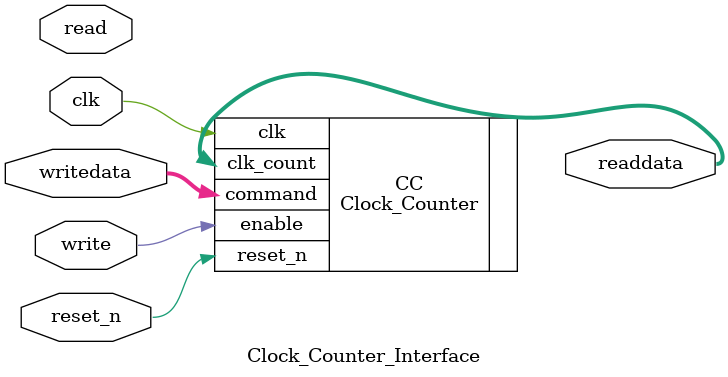
<source format=v>

module Clock_Counter_Interface (clk, reset_n, write, writedata, read, readdata);

input clk, reset_n, write, read;
input [31:0] writedata;
output [31:0] readdata;

wire [31:0] data;

Clock_Counter CC (.clk(clk), .reset_n(reset_n), .enable(write), .command(writedata), .clk_count(readdata));

endmodule

</source>
